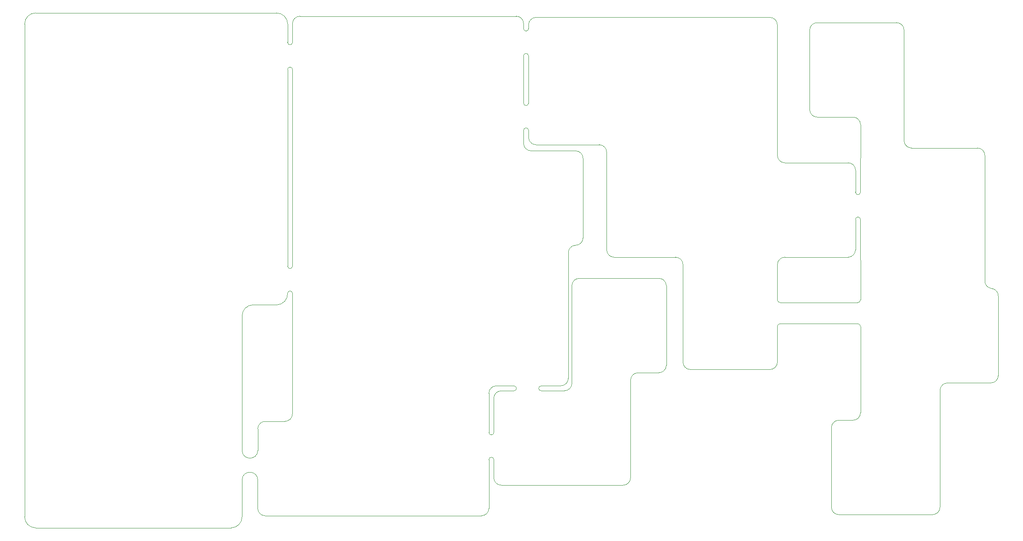
<source format=gbr>
%TF.GenerationSoftware,KiCad,Pcbnew,(6.0.7)*%
%TF.CreationDate,2023-01-06T18:10:21-06:00*%
%TF.ProjectId,OpenRectangle,4f70656e-5265-4637-9461-6e676c652e6b,rev?*%
%TF.SameCoordinates,Original*%
%TF.FileFunction,Profile,NP*%
%FSLAX46Y46*%
G04 Gerber Fmt 4.6, Leading zero omitted, Abs format (unit mm)*
G04 Created by KiCad (PCBNEW (6.0.7)) date 2023-01-06 18:10:21*
%MOMM*%
%LPD*%
G01*
G04 APERTURE LIST*
%TA.AperFunction,Profile*%
%ADD10C,0.100000*%
%TD*%
%TA.AperFunction,Profile*%
%ADD11C,0.050000*%
%TD*%
G04 APERTURE END LIST*
D10*
X323736975Y-82826888D02*
X323730000Y-66620000D01*
X322734537Y-72740000D02*
X322730000Y-66620000D01*
X322730000Y-61120000D02*
X322734537Y-56698192D01*
X323740165Y-105618055D02*
X323736975Y-88223112D01*
X306964537Y-95392730D02*
X306964537Y-88220000D01*
X306963025Y-82830000D02*
G75*
G03*
X307533112Y-83400087I570088J1D01*
G01*
X323736975Y-88223112D02*
G75*
G03*
X323166888Y-87653025I-570088J-1D01*
G01*
X323166888Y-83396975D02*
G75*
G03*
X323736975Y-82826888I-1J570088D01*
G01*
X307530000Y-87649912D02*
G75*
G03*
X306964537Y-88220000I0J-565482D01*
G01*
X323166888Y-87653025D02*
X307530000Y-87649913D01*
X323166888Y-83396975D02*
X307533112Y-83400087D01*
X263248047Y-100183938D02*
X259290000Y-100190000D01*
X253790000Y-100190000D02*
X250230000Y-100190000D01*
X248728834Y-124891260D02*
X248730000Y-115080000D01*
X248728834Y-101694260D02*
X248730000Y-109580000D01*
X249716988Y-118727469D02*
X249730000Y-115080000D01*
X249716866Y-102699911D02*
X249730000Y-109580000D01*
X263974622Y-101190088D02*
X259290000Y-101190088D01*
X251226866Y-101189911D02*
X253790000Y-101189911D01*
X255730000Y-48650000D02*
X255730000Y-51280000D01*
X256732268Y-50040000D02*
X256730000Y-48650000D01*
X256730000Y-43150000D02*
X256730000Y-33630000D01*
X255730000Y-33630000D02*
X255730000Y-43150000D01*
X255738834Y-27131260D02*
X255730000Y-28130000D01*
X256729999Y-27379999D02*
X256730000Y-28130000D01*
X198913466Y-119190000D02*
X198913466Y-126609911D01*
X202068834Y-124891260D02*
X202068834Y-119190000D01*
X198913178Y-86100000D02*
X198920327Y-113201733D01*
X202071334Y-108861260D02*
X202076861Y-113201733D01*
X198920327Y-113201733D02*
G75*
G03*
X202076861Y-113201733I1578267J0D01*
G01*
X202068834Y-119190000D02*
G75*
G03*
X198913466Y-119190000I-1577684J0D01*
G01*
X209078835Y-105843529D02*
X209090000Y-81530000D01*
X209090000Y-76030000D02*
X209090000Y-36380000D01*
X208090000Y-36380000D02*
X208090000Y-76030000D01*
X208106455Y-27196202D02*
X208090000Y-30880000D01*
X209078834Y-27131260D02*
X209090000Y-30880000D01*
X315000000Y-45975199D02*
X322250000Y-45975786D01*
X306959999Y-53682730D02*
X306960104Y-27378251D01*
X202068840Y-124891260D02*
G75*
G03*
X203578834Y-126401260I1509960J-40D01*
G01*
X266228835Y-71831279D02*
G75*
G03*
X264758834Y-73341260I40565J-1510021D01*
G01*
X251226866Y-101189911D02*
G75*
G03*
X249716866Y-102699911I62J-1510062D01*
G01*
X350050000Y-99605786D02*
X341310000Y-99605786D01*
X317870000Y-124665786D02*
X317870000Y-108635786D01*
X254228834Y-25621260D02*
X210588834Y-25621260D01*
X208106476Y-27196202D02*
G75*
G03*
X205879911Y-24966822I-2226776J2602D01*
G01*
X263974622Y-101190065D02*
G75*
G03*
X265484622Y-99680088I-65J1510065D01*
G01*
X348840034Y-53705786D02*
G75*
G03*
X347340000Y-52205786I-1500000J0D01*
G01*
X267738834Y-54291260D02*
X267738834Y-70321260D01*
X247218834Y-126401260D02*
X203578834Y-126401260D01*
X278837145Y-97549288D02*
G75*
G03*
X277327145Y-99059287I-88J-1509912D01*
G01*
X207568835Y-107353535D02*
G75*
G03*
X209078835Y-105843529I65J1509935D01*
G01*
X255738840Y-27131260D02*
G75*
G03*
X254228834Y-25621260I-1510040J-40D01*
G01*
X321226877Y-74238579D02*
G75*
G03*
X322734537Y-72740000I1268J1506411D01*
G01*
X264758834Y-81141260D02*
X264758834Y-98671260D01*
X266994597Y-78495040D02*
G75*
G03*
X265484597Y-80005079I-40J-1509960D01*
G01*
X205879911Y-24966822D02*
X157240089Y-24966822D01*
X317870034Y-124665786D02*
G75*
G03*
X319380000Y-126175786I1510000J0D01*
G01*
X272499999Y-72732730D02*
X272500930Y-53060116D01*
X348840001Y-79025786D02*
G75*
G03*
X350210000Y-80545786I1506133J-19900D01*
G01*
X155009911Y-126609911D02*
X155010000Y-27196911D01*
X315000000Y-26915752D02*
G75*
G03*
X313490000Y-28425786I34J-1510034D01*
G01*
X251226988Y-120237469D02*
X275794597Y-120237469D01*
X196683089Y-128839999D02*
G75*
G03*
X198913466Y-126609911I0J2230377D01*
G01*
X351560000Y-82055786D02*
X351560000Y-98095786D01*
X277326866Y-118729617D02*
X277327145Y-99059287D01*
X275794598Y-120237412D02*
G75*
G03*
X277326866Y-118729617I24359J1507712D01*
G01*
X205940000Y-83849999D02*
G75*
G03*
X208090000Y-81530000I-58941J2210850D01*
G01*
X284539078Y-80005079D02*
G75*
G03*
X283029135Y-78495079I-1509921J79D01*
G01*
X322230165Y-107128055D02*
X319380000Y-107125786D01*
X249716988Y-118727469D02*
G75*
G03*
X251226988Y-120237469I1509969J-31D01*
G01*
X306963025Y-82830000D02*
X306964615Y-75748505D01*
X350050000Y-99605752D02*
G75*
G03*
X351560000Y-98095786I34J1509966D01*
G01*
X323740033Y-47465786D02*
G75*
G03*
X322250000Y-45975786I-1505499J-15500D01*
G01*
X201140000Y-83850000D02*
X205940000Y-83850000D01*
X283029135Y-97549617D02*
X278837145Y-97549287D01*
X321224537Y-55188192D02*
X308469768Y-55188191D01*
X332530034Y-50695786D02*
G75*
G03*
X334040000Y-52205786I1510000J0D01*
G01*
X287909999Y-95392730D02*
X287910827Y-75749899D01*
X305454537Y-96902730D02*
G75*
G03*
X306964537Y-95392730I31J1509969D01*
G01*
X266228834Y-71831260D02*
G75*
G03*
X267738834Y-70321260I-54J1510054D01*
G01*
X203581334Y-107351334D02*
G75*
G03*
X202071334Y-108861260I-34J-1509966D01*
G01*
X332530000Y-28425786D02*
X332530000Y-50695786D01*
X313490000Y-28425786D02*
X313490000Y-44465199D01*
X155009900Y-126609911D02*
G75*
G03*
X157240000Y-128840000I2230100J11D01*
G01*
X339800000Y-124665786D02*
X339800000Y-101115786D01*
X270994537Y-51548192D02*
X258240157Y-51548480D01*
X284539135Y-80005079D02*
X284539135Y-96039617D01*
X348840000Y-53705786D02*
X348840000Y-79025786D01*
X306959930Y-53682730D02*
G75*
G03*
X308469768Y-55188191I1505038J-431D01*
G01*
X306960091Y-27378251D02*
G75*
G03*
X305454537Y-25867730I-1505623J4890D01*
G01*
X338290000Y-126175752D02*
G75*
G03*
X339800000Y-124665786I34J1509966D01*
G01*
X250230000Y-100189999D02*
G75*
G03*
X248728834Y-101694260I3135J-1504298D01*
G01*
X287909999Y-95392730D02*
G75*
G03*
X289419999Y-96902730I1509969J-31D01*
G01*
X332530034Y-28425786D02*
G75*
G03*
X331020000Y-26915786I-1510000J0D01*
G01*
X283029135Y-97549578D02*
G75*
G03*
X284539135Y-96039617I22J1509978D01*
G01*
X283029135Y-78495079D02*
X266994597Y-78495079D01*
X272500927Y-53060116D02*
G75*
G03*
X270994537Y-51548192I-1506559J5355D01*
G01*
X272500008Y-72732730D02*
G75*
G03*
X274009742Y-74238216I1505960J469D01*
G01*
X258238944Y-25867596D02*
G75*
G03*
X256729999Y-27379999I3324J-1512265D01*
G01*
X210588834Y-25621334D02*
G75*
G03*
X209078834Y-27131260I-34J-1509966D01*
G01*
X256732267Y-50040000D02*
G75*
G03*
X258240157Y-51548480I1505100J-3379D01*
G01*
X157240000Y-128840000D02*
X196683089Y-128840000D01*
X286404537Y-74238192D02*
X274009742Y-74238216D01*
X351560003Y-82055786D02*
G75*
G03*
X350210000Y-80545786I-1519369J100D01*
G01*
X203581334Y-107351260D02*
X207568835Y-107353529D01*
X338290000Y-126175786D02*
X319380000Y-126175786D01*
X323740000Y-47465786D02*
X323730000Y-61120000D01*
X257248834Y-52781260D02*
X266228834Y-52781260D01*
X265484597Y-80005079D02*
X265484622Y-99680088D01*
X308479999Y-74238192D02*
X321226877Y-74238579D01*
X334040000Y-52205786D02*
X347340000Y-52205786D01*
X313490021Y-44465199D02*
G75*
G03*
X315000000Y-45975199I1510013J13D01*
G01*
X157240089Y-24966800D02*
G75*
G03*
X155010000Y-27196911I11J-2230100D01*
G01*
X255729999Y-51280000D02*
G75*
G03*
X257248834Y-52781260I1518800J17642D01*
G01*
X305454537Y-25867730D02*
X258238944Y-25867652D01*
X331020000Y-26915786D02*
X315000000Y-26915786D01*
X287910828Y-75749899D02*
G75*
G03*
X286404537Y-74238192I-1506560J5138D01*
G01*
X322734537Y-56698192D02*
G75*
G03*
X321224537Y-55188192I-1509969J31D01*
G01*
X201140000Y-83849958D02*
G75*
G03*
X198913178Y-86100000I0J-2226942D01*
G01*
X308479999Y-74238192D02*
G75*
G03*
X306964615Y-75748505I319J-1515713D01*
G01*
X319380000Y-107125752D02*
G75*
G03*
X317870000Y-108635786I34J-1510034D01*
G01*
X247218834Y-126401334D02*
G75*
G03*
X248728834Y-124891260I-34J1510034D01*
G01*
X305454537Y-96902730D02*
X289419999Y-96902730D01*
X341310000Y-99605752D02*
G75*
G03*
X339800000Y-101115786I34J-1510034D01*
G01*
X322230165Y-107128017D02*
G75*
G03*
X323740165Y-105618055I69J1509931D01*
G01*
X263248047Y-100183933D02*
G75*
G03*
X264758834Y-98671260I-1847J1512633D01*
G01*
X264758834Y-81141260D02*
X264758834Y-73341260D01*
X267738840Y-54291260D02*
G75*
G03*
X266228834Y-52781260I-1510040J-40D01*
G01*
D11*
%TO.C,REF\u002A\u002A*%
X249730000Y-115080000D02*
G75*
G03*
X248730000Y-115080000I-500000J0D01*
G01*
X248730000Y-109580000D02*
G75*
G03*
X249730000Y-109580000I500000J0D01*
G01*
X253790000Y-101190000D02*
G75*
G03*
X253790000Y-100190000I0J500000D01*
G01*
X259290000Y-100190000D02*
G75*
G03*
X259290000Y-101190000I0J-500000D01*
G01*
X255730000Y-43150000D02*
G75*
G03*
X256730000Y-43150000I500000J0D01*
G01*
X256730000Y-48650000D02*
G75*
G03*
X255730000Y-48650000I-500000J0D01*
G01*
X255730000Y-28130000D02*
G75*
G03*
X256730000Y-28130000I500000J0D01*
G01*
X256730000Y-33630000D02*
G75*
G03*
X255730000Y-33630000I-500000J0D01*
G01*
X323730000Y-66620000D02*
G75*
G03*
X322730000Y-66620000I-500000J0D01*
G01*
X322730000Y-61120000D02*
G75*
G03*
X323730000Y-61120000I500000J0D01*
G01*
X209090000Y-81530000D02*
G75*
G03*
X208090000Y-81530000I-500000J0D01*
G01*
X208090000Y-76030000D02*
G75*
G03*
X209090000Y-76030000I500000J0D01*
G01*
X209090000Y-36380000D02*
G75*
G03*
X208090000Y-36380000I-500000J0D01*
G01*
X208090000Y-30880000D02*
G75*
G03*
X209090000Y-30880000I500000J0D01*
G01*
%TD*%
M02*

</source>
